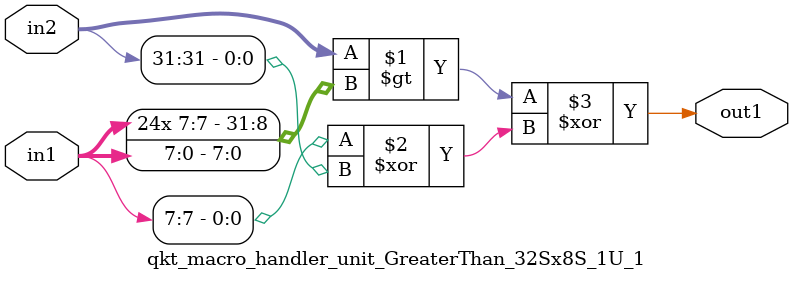
<source format=v>

`timescale 1ps / 1ps


module qkt_macro_handler_unit_GreaterThan_32Sx8S_1U_1( in2, in1, out1 );

    input [31:0] in2;
    input [7:0] in1;
    output out1;

    
    // rtl_process:qkt_macro_handler_unit_GreaterThan_32Sx8S_1U_1/qkt_macro_handler_unit_GreaterThan_32Sx8S_1U_1_thread_1
    assign out1 = (in2 > {{ 24 {in1[7]}}, in1} ^ (in1[7] ^ in2[31]));

endmodule



</source>
